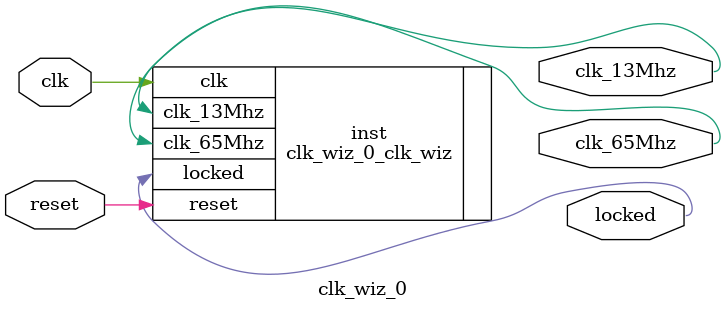
<source format=v>


`timescale 1ps/1ps

(* CORE_GENERATION_INFO = "clk_wiz_0,clk_wiz_v5_4_2_0,{component_name=clk_wiz_0,use_phase_alignment=true,use_min_o_jitter=false,use_max_i_jitter=false,use_dyn_phase_shift=false,use_inclk_switchover=false,use_dyn_reconfig=false,enable_axi=0,feedback_source=FDBK_AUTO,PRIMITIVE=MMCM,num_out_clk=2,clkin1_period=10.000,clkin2_period=10.000,use_power_down=false,use_reset=true,use_locked=true,use_inclk_stopped=false,feedback_type=SINGLE,CLOCK_MGR_TYPE=NA,manual_override=false}" *)

module clk_wiz_0 
 (
  // Clock out ports
  output        clk_65Mhz,
  output        clk_13Mhz,
  // Status and control signals
  input         reset,
  output        locked,
 // Clock in ports
  input         clk
 );

  clk_wiz_0_clk_wiz inst
  (
  // Clock out ports  
  .clk_65Mhz(clk_65Mhz),
  .clk_13Mhz(clk_13Mhz),
  // Status and control signals               
  .reset(reset), 
  .locked(locked),
 // Clock in ports
  .clk(clk)
  );

endmodule

</source>
